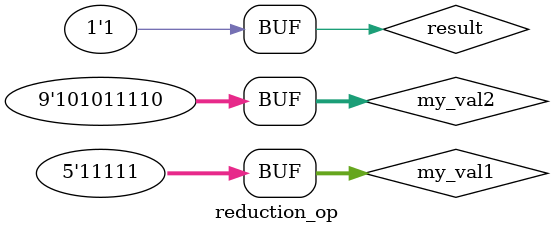
<source format=v>
module reduction_op ();

reg [4:0] my_val1 = 5'b1_1111;      //5Bit Variable
reg [8:0] my_val2 = 9'b1_0101_1110;     //9Bit Variable
reg result;

//Monitor values
initial begin
    $monitor("Value 1=%b, Value 2=%b, Result=%b", my_val1, my_val2, result);
end

//Generate stimulus
initial begin
    result = &my_val1;      //AND Reduction
    #1;
    result = &my_val2;      //AND Reduction

    #1;
    result = ~&my_val1;     //NAND Reduction
    #1;
    result = ~&my_val2;     //NAND Reduction

    #1;
    result  = |my_val1;     //OR Reduction
    #1;
    result = |my_val2;      //OR Reduction

    #1;
    result = ~|my_val1;     //NOR Reduction
    #1;
    result = ~|my_val2;     //NOR Reduction

    #1;
    result = ^my_val1;      //XOR Reduction
    #1;
    result = ^my_val2;      //XOR Reduction 

    #1;
    result = ~^my_val1;     //XNOR Reduction
    #1;
    result =~^my_val2;      //XNOR Reduction
end
    
endmodule
</source>
